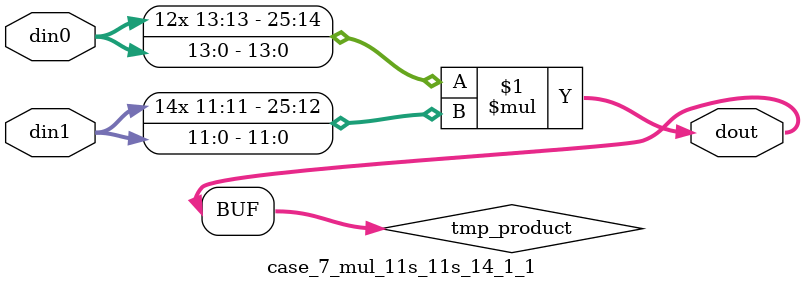
<source format=v>

`timescale 1 ns / 1 ps

 module case_7_mul_11s_11s_14_1_1(din0, din1, dout);
parameter ID = 1;
parameter NUM_STAGE = 0;
parameter din0_WIDTH = 14;
parameter din1_WIDTH = 12;
parameter dout_WIDTH = 26;

input [din0_WIDTH - 1 : 0] din0; 
input [din1_WIDTH - 1 : 0] din1; 
output [dout_WIDTH - 1 : 0] dout;

wire signed [dout_WIDTH - 1 : 0] tmp_product;



























assign tmp_product = $signed(din0) * $signed(din1);








assign dout = tmp_product;





















endmodule

</source>
